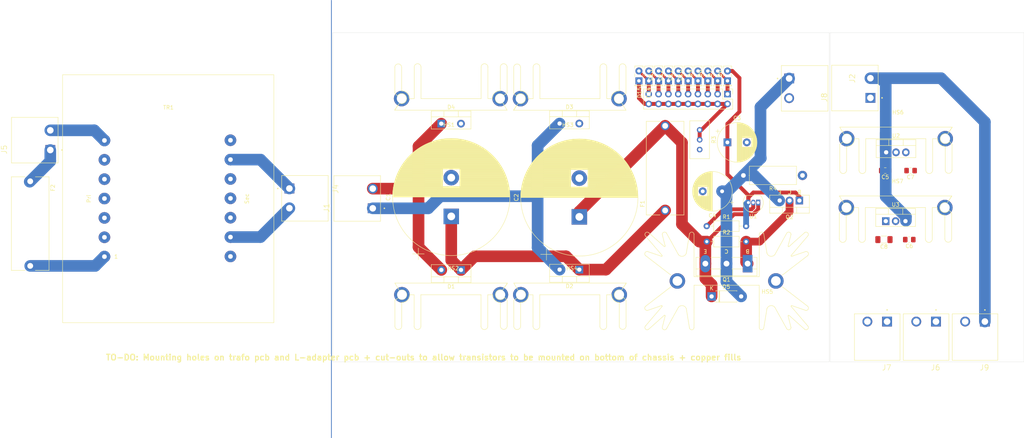
<source format=kicad_pcb>
(kicad_pcb (version 20240108) (generator "pcbnew") (generator_version "8.0")
  (layers (0 "F.Cu" signal) (31 "B.Cu" signal) (34 "B.Paste" user) (35 "F.Paste" user) (36 "B.SilkS" user "B.Silkscreen") (37 "F.SilkS" user "F.Silkscreen") (38 "B.Mask" user) (39 "F.Mask" user) (44 "Edge.Cuts" user))
  (net 0 "")
  (net 1 "Net-(D5-K)")
  (net 2 "+12V")
  (net 3 "Net-(Q1-B)")
  (net 4 "Net-(D6-A)")
  (net 5 "Net-(R1-Pad1)")
  (net 6 "Net-(D1-K)")
  (net 7 "GND")
  (net 8 "Net-(D1-A)")
  (net 9 "Net-(D2-A)")
  (net 10 "Net-(D6-K)")
  (net 11 "Net-(D7-K)")
  (net 12 "Net-(D8-K)")
  (net 13 "Net-(D10-A)")
  (net 14 "Net-(D10-K)")
  (net 15 "Net-(D11-K)")
  (net 16 "Net-(D12-K)")
  (net 17 "Net-(D13-K)")
  (net 18 "Net-(D14-K)")
  (net 19 "Net-(D15-K)")
  (net 20 "Net-(F2-Pad2)")
  (net 21 "Net-(J5-Pin_2)")
  (net 22 "Net-(J4-Pin_2)")
  (net 23 "Net-(J4-Pin_1)")
  (net 24 "Net-(J5-Pin_1)")
  (net 28 "Net-(J6-Pin_1)")
  (net 29 "Net-(J7-Pin_1)")
  (footprint "LED_THT:LED_Rectangular_W5.0mm_H2.0mm" (layer "F.Cu") (at 205.345 38.522916 90)
    (property "Reference" "D6" (at 1.93881 -2.06 -90) (layer "F.SilkS"))
    (property "Value" "~")
    (pad "1" thru_hole rect (at 0 0 90) (size 1.8 1.8) (drill 0.9) (layers "*.Cu" "*.Mask") (net 10 "Net-(D6-K)"))
    (pad "2" thru_hole circle (at 2.54 0 90) (size 1.8 1.8) (drill 0.9) (layers "*.Cu" "*.Mask") (net 4 "Net-(D6-A)"))
  )
  (footprint "Connector_PinHeader_2.54mm:PinHeader_2x09_P2.54mm_Vertical" (layer "F.Cu") (at 205.345 41.942916 -90)
    (property "Reference" "J3" (hide yes))
    (property "Value" "Conn_02x09" (hide yes))
    (pad "1" thru_hole rect (at 0 0 270) (size 1.7 1.7) (drill 1) (layers "*.Cu" "*.Mask") (net 10 "Net-(D6-K)"))
    (pad "2" thru_hole oval (at 2.54 0 270) (size 1.7 1.7) (drill 1) (layers "*.Cu" "*.Mask") (net 19 "Net-(D15-K)"))
    (pad "3" thru_hole oval (at 0 2.54 270) (size 1.7 1.7) (drill 1) (layers "*.Cu" "*.Mask") (net 11 "Net-(D7-K)"))
    (pad "4" thru_hole oval (at 2.54 2.54 270) (size 1.7 1.7) (drill 1) (layers "*.Cu" "*.Mask") (net 19 "Net-(D15-K)"))
    (pad "5" thru_hole oval (at 0 5.08 270) (size 1.7 1.7) (drill 1) (layers "*.Cu" "*.Mask") (net 12 "Net-(D8-K)"))
    (pad "6" thru_hole oval (at 2.54 5.08 270) (size 1.7 1.7) (drill 1) (layers "*.Cu" "*.Mask") (net 19 "Net-(D15-K)"))
    (pad "7" thru_hole oval (at 0 7.62 270) (size 1.7 1.7) (drill 1) (layers "*.Cu" "*.Mask") (net 13 "Net-(D10-A)"))
    (pad "8" thru_hole oval (at 2.54 7.62 270) (size 1.7 1.7) (drill 1) (layers "*.Cu" "*.Mask") (net 19 "Net-(D15-K)"))
    (pad "9" thru_hole oval (at 0 10.16 270) (size 1.7 1.7) (drill 1) (layers "*.Cu" "*.Mask") (net 14 "Net-(D10-K)"))
    (pad "10" thru_hole oval (at 2.54 10.16 270) (size 1.7 1.7) (drill 1) (layers "*.Cu" "*.Mask") (net 19 "Net-(D15-K)"))
    (pad "11" thru_hole oval (at 0 12.7 270) (size 1.7 1.7) (drill 1) (layers "*.Cu" "*.Mask") (net 15 "Net-(D11-K)"))
    (pad "12" thru_hole oval (at 2.54 12.7 270) (size 1.7 1.7) (drill 1) (layers "*.Cu" "*.Mask") (net 19 "Net-(D15-K)"))
    (pad "13" thru_hole oval (at 0 15.24 270) (size 1.7 1.7) (drill 1) (layers "*.Cu" "*.Mask") (net 16 "Net-(D12-K)"))
    (pad "14" thru_hole oval (at 2.54 15.24 270) (size 1.7 1.7) (drill 1) (layers "*.Cu" "*.Mask") (net 19 "Net-(D15-K)"))
    (pad "15" thru_hole oval (at 0 17.78 270) (size 1.7 1.7) (drill 1) (layers "*.Cu" "*.Mask") (net 17 "Net-(D13-K)"))
    (pad "16" thru_hole oval (at 2.54 17.78 270) (size 1.7 1.7) (drill 1) (layers "*.Cu" "*.Mask") (net 19 "Net-(D15-K)"))
    (pad "17" thru_hole oval (at 0 20.32 270) (size 1.7 1.7) (drill 1) (layers "*.Cu" "*.Mask") (net 18 "Net-(D14-K)"))
    (pad "18" thru_hole oval (at 2.54 20.32 270) (size 1.7 1.7) (drill 1) (layers "*.Cu" "*.Mask") (net 19 "Net-(D15-K)"))
  )
  (footprint "LED_THT:LED_Rectangular_W5.0mm_H2.0mm" (layer "F.Cu") (at 187.57 38.51 90)
    (property "Reference" "D13" (at 1.449703 -2.06 -90) (layer "F.SilkS"))
    (property "Value" "~")
    (pad "1" thru_hole rect (at 0 0 90) (size 1.8 1.8) (drill 0.9) (layers "*.Cu" "*.Mask") (net 17 "Net-(D13-K)"))
    (pad "2" thru_hole circle (at 2.54 0 90) (size 1.8 1.8) (drill 0.9) (layers "*.Cu" "*.Mask") (net 16 "Net-(D12-K)"))
  )
  (footprint "Package_TO_SOT_THT:TO-220-3_Vertical" (layer "F.Cu") (at 246.26 56.98026)
    (property "Reference" "U2" (at 2.54 -4.27 360) (layer "F.SilkS"))
    (property "Value" "LM7808_TO220")
    (pad "1" thru_hole rect (at 0 0) (size 1.905 2) (drill 1.1) (layers "*.Cu" "*.Mask") (net 2 "+12V"))
    (pad "2" thru_hole oval (at 2.54 0) (size 1.905 2) (drill 1.1) (layers "*.Cu" "*.Mask") (net 7 "GND"))
    (pad "3" thru_hole oval (at 5.08 0) (size 1.905 2) (drill 1.1) (layers "*.Cu" "*.Mask") (net 28 "Net-(J6-Pin_1)"))
  )
  (footprint "Transformer_Hahn_BV_EL_603_1027:Transformer_Hahn_BV_EL_603_1027" (layer "F.Cu") (at 45.81 83.86)
    (property "Reference" "TR1" (at 15.35 -38.45 0) (layer "F.SilkS"))
    (property "Value" "Hahn BV EL 603 1027")
    (fp_text user "1" (at 1.85 0.05 0) (layer "F.SilkS"))
    (fp_text user "Pri" (at -5.15 -14.9 90) (layer "F.SilkS"))
    (fp_text user "Sec" (at 35.6 -14.9 90) (layer "F.SilkS"))
    (pad "" np_thru_hole circle (at -6.75 -51.25) (size 4.4 4.4) (drill 4.4) (layers "F&B.Cu" "*.Mask"))
    (pad "" np_thru_hole circle (at -6.75 21.25) (size 4.4 4.4) (drill 4.4) (layers "F&B.Cu" "*.Mask"))
    (pad "" np_thru_hole circle (at 36.75 -51.25) (size 4.4 4.4) (drill 4.4) (layers "F&B.Cu" "*.Mask"))
    (pad "" np_thru_hole circle (at 36.75 21.25) (size 4.4 4.4) (drill 4.4) (layers "F&B.Cu" "*.Mask"))
    (pad "1" thru_hole circle (at -1.15 0.05) (size 3 3) (drill 1.2) (layers "*.Cu" "*.Mask") (net 20 "Net-(F2-Pad2)"))
    (pad "2" thru_hole circle (at -1.15 -4.95) (size 3 3) (drill 1.2) (layers "*.Cu" "*.Mask"))
    (pad "3" thru_hole circle (at -1.15 -9.95) (size 3 3) (drill 1.2) (layers "*.Cu" "*.Mask"))
    (pad "4" thru_hole circle (at -1.15 -14.95) (size 3 3) (drill 1.2) (layers "*.Cu" "*.Mask"))
    (pad "5" thru_hole circle (at -1.15 -19.95) (size 3 3) (drill 1.2) (layers "*.Cu" "*.Mask"))
    (pad "6" thru_hole circle (at -1.15 -24.95) (size 3 3) (drill 1.2) (layers "*.Cu" "*.Mask"))
    (pad "7" thru_hole circle (at -1.15 -29.95) (size 3 3) (drill 1.2) (layers "*.Cu" "*.Mask") (net 21 "Net-(J5-Pin_2)"))
    (pad "8" thru_hole circle (at 31.35 -30) (size 3 3) (drill 1.2) (layers "*.Cu" "*.Mask"))
    (pad "9" thru_hole circle (at 31.35 -25) (size 3 3) (drill 1.2) (layers "*.Cu" "*.Mask") (net 23 "Net-(J4-Pin_1)"))
    (pad "10" thru_hole circle (at 31.35 -20) (size 3 3) (drill 1.2) (layers "*.Cu" "*.Mask"))
    (pad "11" thru_hole circle (at 31.35 -15) (size 3 3) (drill 1.2) (layers "*.Cu" "*.Mask"))
    (pad "12" thru_hole circle (at 31.35 -10) (size 3 3) (drill 1.2) (layers "*.Cu" "*.Mask"))
    (pad "13" thru_hole circle (at 31.35 -5) (size 3 3) (drill 1.2) (layers "*.Cu" "*.Mask") (net 22 "Net-(J4-Pin_2)"))
    (pad "14" thru_hole circle (at 31.35 0) (size 3 3) (drill 1.2) (layers "*.Cu" "*.Mask"))
  )
  (footprint "Package_TO_SOT_THT:TO-220-2_Vertical" (layer "F.Cu") (at 131.525 49.577916)
    (property "Reference" "D4" (at 2.54 -4.27 0) (layer "F.SilkS"))
    (property "Value" "D_45deg_Filled")
    (pad "1" thru_hole rect (at 0 0) (size 2 2) (drill 1.1) (layers "*.Cu" "*.Mask") (net 8 "Net-(D1-A)"))
    (pad "2" thru_hole oval (at 5.08 0) (size 2 2) (drill 1.1) (layers "*.Cu" "*.Mask") (net 7 "GND"))
  )
  (footprint "Capacitor_THT:CP_Radial_D30.0mm_P10.00mm_SnapIn" (layer "F.Cu") (at 167.132934 73.640848 90)
    (property "Reference" "C2" (at 5 -16.25 -90) (layer "F.SilkS"))
    (property "Value" "10000uF 35V")
    (pad "1" thru_hole rect (at 0 0 90) (size 4 4) (drill 2) (layers "*.Cu" "*.Mask") (net 1 "Net-(D5-K)"))
    (pad "2" thru_hole circle (at 10 0 90) (size 4 4) (drill 2) (layers "*.Cu" "*.Mask") (net 7 "GND"))
  )
  (footprint "THE_PREAMP_CONN_POWER_5_08:TBP01R1-508-02BK" (layer "F.Cu") (at 259.11 100.6725 180)
    (property "Reference" "J6" (at 0.105 -11.889 180) (layer "F.SilkS") (effects (font (size 1.4 1.4))))
    (property "Value" "8V")
    (pad "1" thru_hole rect (at 0 0 180) (size 2.55 2.55) (drill 1.7) (layers "*.Cu" "*.Mask") (net 28 "Net-(J6-Pin_1)"))
    (pad "2" thru_hole circle (at 5.08 0 180) (size 2.55 2.55) (drill 1.7) (layers "*.Cu" "*.Mask") (net 7 "GND"))
  )
  (footprint "Resistor_THT:R_Axial_DIN0207_L6.3mm_D2.5mm_P10.16mm_Horizontal" (layer "F.Cu") (at 199.995 80.032916)
    (property "Reference" "R2" (at 5.08 -2.37 0) (layer "F.SilkS"))
    (property "Value" "51R")
    (pad "1" thru_hole circle (at 0 0) (size 1.6 1.6) (drill 0.8) (layers "*.Cu" "*.Mask") (net 1 "Net-(D5-K)"))
    (pad "2" thru_hole oval (at 10.16 0) (size 1.6 1.6) (drill 0.8) (layers "*.Cu" "*.Mask") (net 3 "Net-(Q1-B)"))
  )
  (footprint "LED_THT:LED_Rectangular_W5.0mm_H2.0mm" (layer "F.Cu") (at 197.73 38.522916 90)
    (property "Reference" "D9" (at 1.93881 -2.06 -90) (layer "F.SilkS"))
    (property "Value" "~")
    (pad "1" thru_hole rect (at 0 0 90) (size 1.8 1.8) (drill 0.9) (layers "*.Cu" "*.Mask") (net 13 "Net-(D10-A)"))
    (pad "2" thru_hole circle (at 2.54 0 90) (size 1.8 1.8) (drill 0.9) (layers "*.Cu" "*.Mask") (net 12 "Net-(D8-K)"))
  )
  (footprint "ThePreAmp_PSU_Heatsinks:Heatsink_Fischer_SK145-STS_29x12mm_2xDrill2.5mm" (layer "F.Cu") (at 134.005 43.101346)
    (property "Reference" "HS1" (at -0.5 6.8 0) (layer "F.SilkS"))
    (property "Value" "Heatsink")
    (pad "1" thru_hole circle (at -12.7 0 180) (size 4 4) (drill 2.5) (layers "*.Cu" "*.Mask"))
    (pad "1" thru_hole circle (at 12.7 0) (size 4 4) (drill 2.5) (layers "*.Cu" "*.Mask"))
  )
  (footprint "THE_PREAMP_CONN_POWER_5_08:TBP01R1-508-02BK" (layer "F.Cu") (at 92.36 66.32 -90)
    (property "Reference" "J4" (at 0.105 -11.889 90) (layer "F.SilkS") (effects (font (size 1.4 1.4))))
    (property "Value" "15V AC")
    (pad "1" thru_hole rect (at 0 0 270) (size 2.55 2.55) (drill 1.7) (layers "*.Cu" "*.Mask") (net 23 "Net-(J4-Pin_1)"))
    (pad "2" thru_hole circle (at 5.08 0 270) (size 2.55 2.55) (drill 1.7) (layers "*.Cu" "*.Mask") (net 22 "Net-(J4-Pin_2)"))
  )
  (footprint "Capacitor_THT:CP_Radial_D10.0mm_P5.00mm" (layer "F.Cu") (at 205.32 54.41)
    (property "Reference" "C3" (at 2.5 -6.25 0) (layer "F.SilkS"))
    (property "Value" "220uF 50V")
    (pad "1" thru_hole rect (at 0 0) (size 2 2) (drill 1) (layers "*.Cu" "*.Mask") (net 4 "Net-(D6-A)"))
    (pad "2" thru_hole circle (at 5 0) (size 2 2) (drill 1) (layers "*.Cu" "*.Mask") (net 7 "GND"))
  )
  (footprint "Capacitor_THT:CP_Radial_D30.0mm_P10.00mm_SnapIn" (layer "F.Cu") (at 134.102934 73.52085 90)
    (property "Reference" "C1" (at 5 -16.25 -90) (layer "F.SilkS"))
    (property "Value" "10000uF 35V")
    (pad "1" thru_hole rect (at 0 0 90) (size 4 4) (drill 2) (layers "*.Cu" "*.Mask") (net 6 "Net-(D1-K)"))
    (pad "2" thru_hole circle (at 10 0 90) (size 4 4) (drill 2) (layers "*.Cu" "*.Mask") (net 7 "GND"))
  )
  (footprint "LED_THT:LED_Rectangular_W5.0mm_H2.0mm" (layer "F.Cu") (at 185.045 38.522916 90)
    (property "Reference" "D14" (at -3.04 -0.04 -90) (layer "F.SilkS"))
    (property "Value" "~")
    (pad "1" thru_hole rect (at 0 0 90) (size 1.8 1.8) (drill 0.9) (layers "*.Cu" "*.Mask") (net 18 "Net-(D14-K)"))
    (pad "2" thru_hole circle (at 2.54 0 90) (size 1.8 1.8) (drill 0.9) (layers "*.Cu" "*.Mask") (net 17 "Net-(D13-K)"))
  )
  (footprint "Capacitor_SMD:C_0805_2012Metric_Pad1.18x1.45mm_HandSolder" (layer "F.Cu") (at 252.2225 79.51 180)
    (property "Reference" "C6" (at 0 -1.68 180) (layer "F.SilkS"))
    (property "Value" "100nF")
    (pad "1" smd roundrect (at -1.0375 0 180) (size 1.175 1.45) (layers "F.Cu" "F.Paste" "F.Mask") (roundrect_rratio 0.212766) (net 2 "+12V"))
    (pad "2" smd roundrect (at 1.0375 0 180) (size 1.175 1.45) (layers "F.Cu" "F.Paste" "F.Mask") (roundrect_rratio 0.212766) (net 7 "GND"))
  )
  (footprint "ThePreAmp_PSU_Fuseholder:Keystone fuseholder 4527" (layer "F.Cu") (at 189.265 61.062916 90)
    (property "Reference" "F1" (at -9.225 -5.835 -90) (layer "F.SilkS"))
    (property "Value" "Fuse - 8A T")
    (pad "1" thru_hole circle (at -10.92 0 90) (size 2.25 2.25) (drill 1.5) (layers "*.Cu" "*.Mask") (net 6 "Net-(D1-K)"))
    (pad "2" thru_hole circle (at 10.92 0 90) (size 2.25 2.25) (drill 1.5) (layers "*.Cu" "*.Mask") (net 1 "Net-(D5-K)"))
  )
  (footprint "Resistor_THT:R_Axial_DIN0414_L11.9mm_D4.5mm_P15.24mm_Horizontal" (layer "F.Cu") (at 224.685 62.942916 180)
    (property "Reference" "R4" (at 7.62 -3.37 180) (layer "F.SilkS"))
    (property "Value" "1K 2W")
    (pad "1" thru_hole circle (at 0 0 180) (size 2.4 2.4) (drill 1.2) (layers "*.Cu" "*.Mask") (net 7 "GND"))
    (pad "2" thru_hole oval (at 15.24 0 180) (size 2.4 2.4) (drill 1.2) (layers "*.Cu" "*.Mask") (net 2 "+12V"))
  )
  (footprint "THE_PREAMP_CONN_POWER_5_08:TBP01R1-508-02BK" (layer "F.Cu") (at 113.855 71.432916 90)
    (property "Reference" "J1" (at 0.105 -11.889 -90) (layer "F.SilkS") (effects (font (size 1.4 1.4))))
    (property "Value" "AC in")
    (pad "1" thru_hole rect (at 0 0 90) (size 2.55 2.55) (drill 1.7) (layers "*.Cu" "*.Mask") (net 9 "Net-(D2-A)"))
    (pad "2" thru_hole circle (at 5.08 0 90) (size 2.55 2.55) (drill 1.7) (layers "*.Cu" "*.Mask") (net 8 "Net-(D1-A)"))
  )
  (footprint "LED_THT:LED_Rectangular_W5.0mm_H2.0mm" (layer "F.Cu") (at 192.65 38.52 90)
    (property "Reference" "D11" (at 1.459703 -2.06 -90) (layer "F.SilkS"))
    (property "Value" "~")
    (pad "1" thru_hole rect (at 0 0 90) (size 1.8 1.8) (drill 0.9) (layers "*.Cu" "*.Mask") (net 15 "Net-(D11-K)"))
    (pad "2" thru_hole circle (at 2.54 0 90) (size 1.8 1.8) (drill 0.9) (layers "*.Cu" "*.Mask") (net 14 "Net-(D10-K)"))
  )
  (footprint "Resistor_THT:R_Axial_DIN0207_L6.3mm_D2.5mm_P10.16mm_Horizontal" (layer "F.Cu") (at 199.985 76.032916)
    (property "Reference" "R1" (at 5.08 -2.37 0) (layer "F.SilkS"))
    (property "Value" "12R")
    (pad "1" thru_hole circle (at 0 0) (size 1.6 1.6) (drill 0.8) (layers "*.Cu" "*.Mask") (net 5 "Net-(R1-Pad1)"))
    (pad "2" thru_hole oval (at 10.16 0) (size 1.6 1.6) (drill 0.8) (layers "*.Cu" "*.Mask") (net 4 "Net-(D6-A)"))
  )
  (footprint "ThePreAmp_PSU_Heatsinks:Heatsink_Fischer_SK145-STS_29x12mm_2xDrill2.5mm" (layer "F.Cu") (at 134.075 93.742916 180)
    (property "Reference" "HS2" (at -0.5 6.8 180) (layer "F.SilkS"))
    (property "Value" "Heatsink")
    (pad "1" thru_hole circle (at -12.7 0) (size 4 4) (drill 2.5) (layers "*.Cu" "*.Mask"))
    (pad "1" thru_hole circle (at 12.7 0 180) (size 4 4) (drill 2.5) (layers "*.Cu" "*.Mask"))
  )
  (footprint "ThePreAmp_PSU_Heatsinks:Heatsink_Fischer_SK145-STS_29x12mm_2xDrill2.5mm" (layer "F.Cu") (at 248.7 71.24026 180)
    (property "Reference" "HS7" (at -0.5 6.8 180) (layer "F.SilkS"))
    (property "Value" "Heatsink")
    (pad "1" thru_hole circle (at -12.7 0) (size 4 4) (drill 2.5) (layers "*.Cu" "*.Mask"))
    (pad "1" thru_hole circle (at 12.7 0 180) (size 4 4) (drill 2.5) (layers "*.Cu" "*.Mask"))
  )
  (footprint "ThePreAmp_PSU_Heatsinks:Heatsink_Fischer_SK145-STS_29x12mm_2xDrill2.5mm" (layer "F.Cu") (at 248.8 53.46 180)
    (property "Reference" "HS6" (at -0.5 6.8 180) (layer "F.SilkS"))
    (property "Value" "Heatsink")
    (pad "1" thru_hole circle (at -12.7 0) (size 4 4) (drill 2.5) (layers "*.Cu" "*.Mask"))
    (pad "1" thru_hole circle (at 12.7 0 180) (size 4 4) (drill 2.5) (layers "*.Cu" "*.Mask"))
  )
  (footprint "ThePreAmp_PSU_Heatsinks:Heatsink_Fischer_SK145-STS_29x12mm_2xDrill2.5mm" (layer "F.Cu") (at 164.735 93.742916 180)
    (property "Reference" "HS4" (at -0.5 6.8 180) (layer "F.SilkS"))
    (property "Value" "Heatsink")
    (pad "1" thru_hole circle (at -12.7 0) (size 4 4) (drill 2.5) (layers "*.Cu" "*.Mask"))
    (pad "1" thru_hole circle (at 12.7 0 180) (size 4 4) (drill 2.5) (layers "*.Cu" "*.Mask"))
  )
  (footprint "Package_TO_SOT_THT:TO-220-3_Vertical" (layer "F.Cu") (at 246.16 74.74026)
    (property "Reference" "U3" (at 2.54 -4.27 360) (layer "F.SilkS"))
    (property "Value" "LD1117V33")
    (pad "1" thru_hole rect (at 0 0) (size 1.905 2) (drill 1.1) (layers "*.Cu" "*.Mask") (net 7 "GND"))
    (pad "2" thru_hole oval (at 2.54 0) (size 1.905 2) (drill 1.1) (layers "*.Cu" "*.Mask") (net 29 "Net-(J7-Pin_1)"))
    (pad "3" thru_hole oval (at 5.08 0) (size 1.905 2) (drill 1.1) (layers "*.Cu" "*.Mask") (net 2 "+12V"))
  )
  (footprint "Capacitor_SMD:C_0805_2012Metric_Pad1.18x1.45mm_HandSolder" (layer "F.Cu") (at 246.0275 61.69 180)
    (property "Reference" "C5" (at 0 -1.68 180) (layer "F.SilkS"))
    (property "Value" "330nF")
    (pad "1" smd roundrect (at -1.0375 0 180) (size 1.175 1.45) (layers "F.Cu" "F.Paste" "F.Mask") (roundrect_rratio 0.212766) (net 2 "+12V"))
    (pad "2" smd roundrect (at 1.0375 0 180) (size 1.175 1.45) (layers "F.Cu" "F.Paste" "F.Mask") (roundrect_rratio 0.212766) (net 7 "GND"))
  )
  (footprint "LED_THT:LED_Rectangular_W5.0mm_H2.0mm" (layer "F.Cu") (at 195.19 38.52 90)
    (property "Reference" "D10" (at 1.459703 -2.06 -90) (layer "F.SilkS"))
    (property "Value" "~")
    (pad "1" thru_hole rect (at 0 0 90) (size 1.8 1.8) (drill 0.9) (layers "*.Cu" "*.Mask") (net 14 "Net-(D10-K)"))
    (pad "2" thru_hole circle (at 2.54 0 90) (size 1.8 1.8) (drill 0.9) (layers "*.Cu" "*.Mask") (net 13 "Net-(D10-A)"))
  )
  (footprint "Diode_THT:D_DO-41_SOD81_P7.62mm_Horizontal" (layer "F.Cu") (at 201.245 94.182916)
    (property "Reference" "D5" (at 3.81 -2.47 0) (layer "F.SilkS"))
    (property "Value" "1N4007")
    (fp_text user "K" (at 0 -2.1 0) (layer "F.SilkS"))
    (pad "1" thru_hole rect (at 0 0) (size 2.2 2.2) (drill 1.1) (layers "*.Cu" "*.Mask") (net 1 "Net-(D5-K)"))
    (pad "2" thru_hole oval (at 7.62 0) (size 2.2 2.2) (drill 1.1) (layers "*.Cu" "*.Mask") (net 2 "+12V"))
  )
  (footprint "Package_TO_SOT_THT:TO-92_Inline" (layer "F.Cu") (at 213.255 69.952916 180)
    (property "Reference" "U1" (at 1.27 -3.56 180) (layer "F.SilkS"))
    (property "Value" "LM334Z")
    (pad "1" thru_hole rect (at 0 0 180) (size 1.05 1.5) (drill 0.75) (layers "*.Cu" "*.Mask") (net 1 "Net-(D5-K)"))
    (pad "2" thru_hole oval (at 1.27 0 180) (size 1.05 1.5) (drill 0.75) (layers "*.Cu" "*.Mask") (net 5 "Net-(R1-Pad1)"))
    (pad "3" thru_hole oval (at 2.54 0 180) (size 1.05 1.5) (drill 0.75) (layers "*.Cu" "*.Mask") (net 4 "Net-(D6-A)"))
  )
  (footprint "Package_TO_SOT_THT:TO-220-2_Vertical" (layer "F.Cu") (at 162.045 49.542916)
    (property "Reference" "D3" (at 2.54 -4.27 0) (layer "F.SilkS"))
    (property "Value" "D_45deg_Filled")
    (pad "1" thru_hole rect (at 0 0) (size 2 2) (drill 1.1) (layers "*.Cu" "*.Mask") (net 9 "Net-(D2-A)"))
    (pad "2" thru_hole oval (at 5.08 0) (size 2 2) (drill 1.1) (layers "*.Cu" "*.Mask") (net 7 "GND"))
  )
  (footprint "THE_PREAMP_CONN_POWER_5_08:TBP01R1-508-02BK" (layer "F.Cu") (at 221.2425 37.91 -90)
    (property "Reference" "J2" (at -0.005 -16.289 90) (layer "F.SilkS") (effects (font (size 1.4 1.4))))
    (property "Value" "Relay power")
    (pad "1" thru_hole rect (at 0 0 270) (size 2.55 2.55) (drill 1.7) (layers "*.Cu" "*.Mask") (net 2 "+12V"))
    (pad "2" thru_hole circle (at 5.08 0 270) (size 2.55 2.55) (drill 1.7) (layers "*.Cu" "*.Mask") (net 7 "GND"))
  )
  (footprint "Package_TO_SOT_THT:TO-220-2_Vertical" (layer "F.Cu") (at 136.615 87.342916 180)
    (property "Reference" "D1" (at 2.54 -4.27 180) (layer "F.SilkS"))
    (property "Value" "D_45deg_Filled")
    (pad "1" thru_hole rect (at 0 0 180) (size 2 2) (drill 1.1) (layers "*.Cu" "*.Mask") (net 6 "Net-(D1-K)"))
    (pad "2" thru_hole oval (at 5.08 0 180) (size 2 2) (drill 1.1) (layers "*.Cu" "*.Mask") (net 8 "Net-(D1-A)"))
  )
  (footprint "Package_TO_SOT_THT_AKL:TO-3P-3_Vertical_BCE" (layer "F.Cu") (at 210.535 85.717916 180)
    (property "Reference" "Q1" (at 5.45 -4.12 180) (layer "F.SilkS"))
    (property "Value" "NJW0302" (hide yes))
    (fp_text user "B" (at 0 3.175 180) (layer "F.SilkS"))
    (fp_text user "C" (at 5.461 3.175 180) (layer "F.SilkS"))
    (fp_text user "E" (at 10.922 3.175 180) (layer "F.SilkS"))
    (pad "1" thru_hole rect (at 0 0 180) (size 2.5 4.5) (drill 1.5) (layers "*.Cu" "*.Mask") (net 3 "Net-(Q1-B)"))
    (pad "2" thru_hole oval (at 5.45 0 180) (size 2.5 4.5) (drill 1.5) (layers "*.Cu" "*.Mask") (net 2 "+12V"))
    (pad "3" thru_hole oval (at 10.9 0 180) (size 2.5 4.5) (drill 1.5) (layers "*.Cu" "*.Mask") (net 1 "Net-(D5-K)"))
  )
  (footprint "Package_TO_SOT_THT:TO-220-2_Vertical" (layer "F.Cu") (at 167.125 87.262916 180)
    (property "Reference" "D2" (at 2.54 -4.27 180) (layer "F.SilkS"))
    (property "Value" "D_45deg_Filled")
    (pad "1" thru_hole rect (at 0 0 180) (size 2 2) (drill 1.1) (layers "*.Cu" "*.Mask") (net 6 "Net-(D1-K)"))
    (pad "2" thru_hole oval (at 5.08 0 180) (size 2 2) (drill 1.1) (layers "*.Cu" "*.Mask") (net 9 "Net-(D2-A)"))
  )
  (footprint "Capacitor_SMD:C_0805_2012Metric_Pad1.18x1.45mm_HandSolder" (layer "F.Cu") (at 252.5625 61.69 180)
    (property "Reference" "C7" (at 0 -1.68 180) (layer "F.SilkS"))
    (property "Value" "10nF")
    (pad "1" smd roundrect (at -1.0375 0 180) (size 1.175 1.45) (layers "F.Cu" "F.Paste" "F.Mask") (roundrect_rratio 0.212766) (net 28 "Net-(J6-Pin_1)"))
    (pad "2" smd roundrect (at 1.0375 0 180) (size 1.175 1.45) (layers "F.Cu" "F.Paste" "F.Mask") (roundrect_rratio 0.212766) (net 7 "GND"))
  )
  (footprint "LED_THT:LED_Rectangular_W5.0mm_H2.0mm" (layer "F.Cu") (at 190.115 38.517916 90)
    (property "Reference" "D12" (at 1.457619 -2.06 -90) (layer "F.SilkS"))
    (property "Value" "~")
    (pad "1" thru_hole rect (at 0 0 90) (size 1.8 1.8) (drill 0.9) (layers "*.Cu" "*.Mask") (net 16 "Net-(D12-K)"))
    (pad "2" thru_hole circle (at 2.54 0 90) (size 1.8 1.8) (drill 0.9) (layers "*.Cu" "*.Mask") (net 15 "Net-(D11-K)"))
  )
  (footprint "THE_PREAMP_CONN_POWER_5_08:TBP01R1-508-02BK" (layer "F.Cu") (at 242.1975 42.92 90)
    (property "Reference" "J8" (at 0.105 -11.889 -90) (layer "F.SilkS") (effects (font (size 1.4 1.4))))
    (property "Value" "DC in")
    (pad "1" thru_hole rect (at 0 0 90) (size 2.55 2.55) (drill 1.7) (layers "*.Cu" "*.Mask") (net 7 "GND"))
    (pad "2" thru_hole circle (at 5.08 0 90) (size 2.55 2.55) (drill 1.7) (layers "*.Cu" "*.Mask") (net 2 "+12V"))
  )
  (footprint "Package_TO_SOT_THT_AKL:TO-220-3_Vertical_BCE" (layer "F.Cu") (at 223.885 69.422916 180)
    (property "Reference" "Q2" (at 2.54 -4.27 180) (layer "F.SilkS"))
    (property "Value" "MJE15030" (hide yes))
    (fp_text user "E" (at 5.08 2.2225 180) (layer "F.SilkS"))
    (fp_text user "B" (at 0 2.2225 180) (layer "F.SilkS"))
    (fp_text user "C" (at 2.54 2.2225 180) (layer "F.SilkS"))
    (pad "1" thru_hole rect (at 0 0 180) (size 1.905 2) (drill 1.1) (layers "*.Cu" "*.Mask") (net 4 "Net-(D6-A)"))
    (pad "2" thru_hole oval (at 2.54 0 180) (size 1.905 2) (drill 1.1) (layers "*.Cu" "*.Mask") (net 3 "Net-(Q1-B)"))
    (pad "3" thru_hole oval (at 5.08 0 180) (size 1.905 2) (drill 1.1) (layers "*.Cu" "*.Mask") (net 2 "+12V"))
  )
  (footprint "Potentiometer_THT:Potentiometer_Bourns_3296W_Vertical" (layer "F.Cu") (at 198.165 56.272916 -90)
    (property "Reference" "R3" (at -2.54 -3.66 90) (layer "F.SilkS"))
    (property "Value" "500R")
    (pad "1" thru_hole circle (at 0 0 270) (size 1.44 1.44) (drill 0.8) (layers "*.Cu" "*.Mask") (net 7 "GND"))
    (pad "2" thru_hole circle (at -2.54 0 270) (size 1.44 1.44) (drill 0.8) (layers "*.Cu" "*.Mask") (net 19 "Net-(D15-K)"))
    (pad "3" thru_hole circle (at -5.08 0 270) (size 1.44 1.44) (drill 0.8) (layers "*.Cu" "*.Mask") (net 19 "Net-(D15-K)"))
  )
  (footprint "ThePreAmp_PSU_Heatsinks:Heatsink_Fischer_SK129-STS_42x25mm_2xDrill2.5mm" (layer "F.Cu") (at 205.12 90.19 180)
    (property "Reference" "HS5" (at -10.495 -2.772916 180) (layer "F.SilkS"))
    (property "Value" "Heatsink")
    (pad "1" thru_hole circle (at -12.7 0) (size 4 4) (drill 2.5) (layers "*.Cu" "*.Mask"))
    (pad "1" thru_hole circle (at 12.7 0 180) (size 4 4) (drill 2.5) (layers "*.Cu" "*.Mask"))
  )
  (footprint "ThePreAmp_PSU_Heatsinks:Heatsink_Fischer_SK145-STS_29x12mm_2xDrill2.5mm" (layer "F.Cu") (at 164.665 43.121346)
    (property "Reference" "HS3" (at -0.5 6.8 0) (layer "F.SilkS"))
    (property "Value" "Heatsink")
    (pad "1" thru_hole circle (at -12.7 0 180) (size 4 4) (drill 2.5) (layers "*.Cu" "*.Mask"))
    (pad "1" thru_hole circle (at 12.7 0) (size 4 4) (drill 2.5) (layers "*.Cu" "*.Mask"))
  )
  (footprint "Capacitor_THT:CP_Radial_D10.0mm_P5.00mm" (layer "F.Cu") (at 203.952677 67.042916 180)
    (property "Reference" "C4" (at 2.5 -6.25 180) (layer "F.SilkS"))
    (property "Value" "220uF 50V")
    (pad "1" thru_hole rect (at 0 0 180) (size 2 2) (drill 1) (layers "*.Cu" "*.Mask") (net 2 "+12V"))
    (pad "2" thru_hole circle (at 5 0 180) (size 2 2) (drill 1) (layers "*.Cu" "*.Mask") (net 7 "GND"))
  )
  (footprint "Capacitor_SMD:C_1206_3216Metric_Pad1.33x1.80mm_HandSolder" (layer "F.Cu") (at 245.69 79.51 180)
    (property "Reference" "C8" (at 0 -1.85 180) (layer "F.SilkS"))
    (property "Value" "10uF 16V")
    (pad "1" smd roundrect (at -1.5625 0 180) (size 1.325 1.8) (layers "F.Cu" "F.Paste" "F.Mask") (roundrect_rratio 0.188679) (net 29 "Net-(J7-Pin_1)"))
    (pad "2" smd roundrect (at 1.5625 0 180) (size 1.325 1.8) (layers "F.Cu" "F.Paste" "F.Mask") (roundrect_rratio 0.188679) (net 7 "GND"))
  )
  (footprint "THE_PREAMP_CONN_POWER_5_08:TBP01R1-508-02BK" (layer "F.Cu") (at 30.6975 56.38 90)
    (property "Reference" "J5" (at 0.105 -11.889 -90) (layer "F.SilkS") (effects (font (size 1.4 1.4))))
    (property "Value" "230V AC")
    (pad "1" thru_hole rect (at 0 0 90) (size 2.55 2.55) (drill 1.7) (layers "*.Cu" "*.Mask") (net 24 "Net-(J5-Pin_1)"))
    (pad "2" thru_hole circle (at 5.08 0 90) (size 2.55 2.55) (drill 1.7) (layers "*.Cu" "*.Mask") (net 21 "Net-(J5-Pin_2)"))
  )
  (footprint "LED_THT:LED_Rectangular_W5.0mm_H2.0mm" (layer "F.Cu") (at 202.81 38.52 90)
    (property "Reference" "D7" (at 1.935894 -2.06 -90) (layer "F.SilkS"))
    (property "Value" "~")
    (pad "1" thru_hole rect (at 0 0 90) (size 1.8 1.8) (drill 0.9) (layers "*.Cu" "*.Mask") (net 11 "Net-(D7-K)"))
    (pad "2" thru_hole circle (at 2.54 0 90) (size 1.8 1.8) (drill 0.9) (layers "*.Cu" "*.Mask") (net 10 "Net-(D6-K)"))
  )
  (footprint "THE_PREAMP_CONN_POWER_5_08:TBP01R1-508-02BK" (layer "F.Cu") (at 246.5 100.6725 180)
    (property "Reference" "J7" (at 0.105 -11.889 180) (layer "F.SilkS") (effects (font (size 1.4 1.4))))
    (property "Value" "Opt. 3V3")
    (pad "1" thru_hole rect (at 0 0 180) (size 2.55 2.55) (drill 1.7) (layers "*.Cu" "*.Mask") (net 29 "Net-(J7-Pin_1)"))
    (pad "2" thru_hole circle (at 5.08 0 180) (size 2.55 2.55) (drill 1.7) (layers "*.Cu" "*.Mask") (net 7 "GND"))
  )
  (footprint "THE_PREAMP_CONN_POWER_5_08:TBP01R1-508-02BK" (layer "F.Cu") (at 271.72 100.6725 180)
    (property "Reference" "J9" (at 0.105 -11.889 180) (layer "F.SilkS") (effects (font (size 1.4 1.4))))
    (property "Value" "12V")
    (pad "1" thru_hole rect (at 0 0 180) (size 2.55 2.55) (drill 1.7) (layers "*.Cu" "*.Mask") (net 2 "+12V"))
    (pad "2" thru_hole circle (at 5.08 0 180) (size 2.55 2.55) (drill 1.7) (layers "*.Cu" "*.Mask") (net 7 "GND"))
  )
  (footprint "ThePreAmp_PSU_Fuseholder:Keystone fuseholder 4527" (layer "F.Cu") (at 25.52 75.38 -90)
    (property "Reference" "F2" (at -9.225 -5.835 90) (layer "F.SilkS"))
    (property "Value" "Fuse - 8A T")
    (pad "1" thru_hole circle (at -10.92 0 270) (size 2.25 2.25) (drill 1.5) (layers "*.Cu" "*.Mask") (net 24 "Net-(J5-Pin_1)"))
    (pad "2" thru_hole circle (at 10.92 0 270) (size 2.25 2.25) (drill 1.5) (layers "*.Cu" "*.Mask") (net 20 "Net-(F2-Pad2)"))
  )
  (footprint "LED_THT:LED_Rectangular_W5.0mm_H2.0mm" (layer "F.Cu") (at 182.495 38.517916 90)
    (property "Reference" "D15" (at -3.01 0.17 -90) (layer "F.SilkS"))
    (property "Value" "~")
    (pad "1" thru_hole rect (at 0 0 90) (size 1.8 1.8) (drill 0.9) (layers "*.Cu" "*.Mask") (net 19 "Net-(D15-K)"))
    (pad "2" thru_hole circle (at 2.54 0 90) (size 1.8 1.8) (drill 0.9) (layers "*.Cu" "*.Mask") (net 18 "Net-(D14-K)"))
  )
  (footprint "LED_THT:LED_Rectangular_W5.0mm_H2.0mm" (layer "F.Cu") (at 200.27 38.522916 90)
    (property "Reference" "D8" (at 1.93881 -2.06 -90) (layer "F.SilkS"))
    (property "Value" "~")
    (pad "1" thru_hole rect (at 0 0 90) (size 1.8 1.8) (drill 0.9) (layers "*.Cu" "*.Mask") (net 12 "Net-(D8-K)"))
    (pad "2" thru_hole circle (at 2.54 0 90) (size 1.8 1.8) (drill 0.9) (layers "*.Cu" "*.Mask") (net 11 "Net-(D7-K)"))
  )
  (gr_line (start 103.19 17.75) (end 103.19 130.67) (stroke (width 0.2)) (layer "B.Cu"))
  (gr_rect (start 231.8 26.08) (end 281.8 111.08) (stroke (width 0.05)) (fill none) (layer "Edge.Cuts"))
  (gr_rect (start 103.575 26.06) (end 231.615 111.06) (stroke (width 0.05)) (fill none) (layer "Edge.Cuts"))
  (gr_text "TO-DO: Mounting holes on trafo pcb and L-adapter pcb + cut-outs to allow transistors to be mounted on bottom of chassis + copper fills" (at 44.88 110.81 0) (layer "F.SilkS") (effects (font (size 1.5 1.5) (thickness 0.3) (bold yes)) (justify left bottom)))
  (segment (start 201.245 91.132916) (end 200.04 89.927916) (width 3) (layer "F.Cu") (net 1))
  (segment (start 199.635 89.522916) (end 200.04 89.927916) (width 3) (layer "F.Cu") (net 1))
  (segment (start 199.635 80.392916) (end 199.995 80.032916) (width 3) (layer "F.Cu") (net 1))
  (segment (start 199.995 80.032916) (end 207.065 72.962916) (width 1) (layer "F.Cu") (net 1))
  (segment (start 201.245 94.182916) (end 201.245 91.132916) (width 3) (layer "F.Cu") (net 1))
  (segment (start 213.255 71.679972) (end 213.255 69.952916) (width 1) (layer "F.Cu") (net 1))
  (segment (start 199.635 85.717916) (end 199.635 89.522916) (width 3) (layer "F.Cu") (net 1))
  (segment (start 207.065 72.962916) (end 211.972056 72.962916) (width 1) (layer "F.Cu") (net 1))
  (segment (start 167.132934 72.274982) (end 189.265 50.142916) (width 3) (layer "F.Cu") (net 1))
  (segment (start 193.605 75.532916) (end 193.605 54.482916) (width 3) (layer "F.Cu") (net 1))
  (segment (start 198.105 80.032916) (end 193.605 75.532916) (width 3) (layer "F.Cu") (net 1))
  (segment (start 199.995 80.032916) (end 198.105 80.032916) (width 3) (layer "F.Cu") (net 1))
  (segment (start 193.605 54.482916) (end 189.265 50.142916) (width 3) (layer "F.Cu") (net 1))
  (segment (start 199.635 85.717916) (end 199.635 80.392916) (width 3) (layer "F.Cu") (net 1))
  (segment (start 211.972056 72.962916) (end 213.255 71.679972) (width 1) (layer "F.Cu") (net 1))
  (segment (start 167.132934 73.640848) (end 167.132934 72.274982) (width 3) (layer "F.Cu") (net 1))
  (segment (start 212.325 62.942916) (end 218.805 69.422916) (width 2) (layer "B.Cu") (net 2))
  (segment (start 212.2125 62.942916) (end 218.6925 69.422916) (width 3) (layer "B.Cu") (net 2))
  (segment (start 209.445 62.942916) (end 212.2125 62.942916) (width 3) (layer "B.Cu") (net 2))
  (segment (start 246.1475 68.389059) (end 251.3525 73.594059) (width 3) (layer "B.Cu") (net 2))
  (segment (start 242.1975 37.84) (end 244.79 37.84) (width 3) (layer "B.Cu") (net 2))
  (segment (start 203.952677 67.042916) (end 205.345 67.042916) (width 3) (layer "B.Cu") (net 2))
  (segment (start 205.085 85.717916) (end 205.085 68.175239) (width 3) (layer "B.Cu") (net 2))
  (segment (start 260.41 37.84) (end 271.72 49.15) (width 3) (layer "B.Cu") (net 2))
  (segment (start 244.79 37.84) (end 260.41 37.84) (width 3) (layer "B.Cu") (net 2))
  (segment (start 205.085 68.175239) (end 203.952677 67.042916) (width 3) (layer "B.Cu") (net 2))
  (segment (start 246.1475 51.9525) (end 246.1475 68.389059) (width 3) (layer "B.Cu") (net 2))
  (segment (start 271.72 49.15) (end 271.72 100.6725) (width 3) (layer "B.Cu") (net 2))
  (segment (start 251.3525 73.594059) (end 251.3525 74.62776) (width 3) (layer "B.Cu") (net 2))
  (segment (start 213.855 58.475) (end 213.855 45.2975) (width 3) (layer "B.Cu") (net 2))
  (segment (start 205.345 67.042916) (end 209.445 62.942916) (width 3) (layer "B.Cu") (net 2))
  (segment (start 213.855 58.532916) (end 213.855 58.475) (width 3) (layer "B.Cu") (net 2))
  (segment (start 213.855 58.475) (end 213.945 58.475) (width 3) (layer "B.Cu") (net 2))
  (segment (start 213.855 45.2975) (end 221.2425 37.91) (width 3) (layer "B.Cu") (net 2))
  (segment (start 213.855 58.532916) (end 209.445 62.942916) (width 3) (layer "B.Cu") (net 2))
  (segment (start 244.79 37.84) (end 246.1475 39.1975) (width 3) (layer "B.Cu") (net 2))
  (segment (start 209.445 62.942916) (end 212.325 62.942916) (width 2) (layer "B.Cu") (net 2))
  (segment (start 208.865 94.182916) (end 205.085 90.402916) (width 3) (layer "B.Cu") (net 2))
  (segment (start 246.1475 39.1975) (end 246.1475 56.86776) (width 3) (layer "B.Cu") (net 2))
  (segment (start 205.085 90.402916) (end 205.085 85.717916) (width 3) (layer "B.Cu") (net 2))
  (segment (start 210.155 80.032916) (end 210.155 85.337916) (width 3) (layer "F.Cu") (net 3))
  (segment (start 210.155 85.337916) (end 210.535 85.717916) (width 3) (layer "F.Cu") (net 3))
  (segment (start 221.345 72.327916) (end 221.345 69.422916) (width 2) (layer "F.Cu") (net 3))
  (segment (start 210.155 80.032916) (end 213.64 80.032916) (width 2) (layer "F.Cu") (net 3))
  (segment (start 213.64 80.032916) (end 221.345 72.327916) (width 2) (layer "F.Cu") (net 3))
  (segment (start 210.715 69.952916) (end 210.715 68.045) (width 1) (layer "F.Cu") (net 4))
  (segment (start 210.715 68.045) (end 205.32 62.65) (width 1) (layer "F.Cu") (net 4))
  (segment (start 222.855 67.352916) (end 212.015 67.352916) (width 1) (layer "F.Cu") (net 4))
  (segment (start 206.617792 35.982916) (end 205.345 35.982916) (width 1) (layer "F.Cu") (net 4))
  (segment (start 205.32 62.65) (end 205.32 54.41) (width 1) (layer "F.Cu") (net 4))
  (segment (start 210.715 68.652916) (end 210.715 69.952916) (width 1) (layer "F.Cu") (net 4))
  (segment (start 208.415 37.780124) (end 206.617792 35.982916) (width 1) (layer "F.Cu") (net 4))
  (segment (start 205.32 49.607916) (end 208.415 46.512916) (width 1) (layer "F.Cu") (net 4))
  (segment (start 223.885 68.382916) (end 222.855 67.352916) (width 1) (layer "F.Cu") (net 4))
  (segment (start 223.885 69.422916) (end 223.885 68.382916) (width 1) (layer "F.Cu") (net 4))
  (segment (start 212.015 67.352916) (end 210.715 68.652916) (width 1) (layer "F.Cu") (net 4))
  (segment (start 205.32 54.41) (end 205.32 49.607916) (width 1) (layer "F.Cu") (net 4))
  (segment (start 208.415 46.512916) (end 208.415 37.780124) (width 1) (layer "F.Cu") (net 4))
  (segment (start 210.145 76.032916) (end 210.145 70.317916) (width 1.5) (layer "B.Cu") (net 4))
  (segment (start 210.145 70.317916) (end 210.51 69.952916) (width 1.5) (layer "B.Cu") (net 4))
  (segment (start 211.985 69.952916) (end 211.985 71.252916) (width 1) (layer "F.Cu") (net 5))
  (segment (start 211.985 71.252916) (end 211.535 71.702916) (width 1) (layer "F.Cu") (net 5))
  (segment (start 204.315 71.702916) (end 199.985 76.032916) (width 1) (layer "F.Cu") (net 5))
  (segment (start 211.535 71.702916) (end 204.315 71.702916) (width 1) (layer "F.Cu") (net 5))
  (segment (start 167.125 87.262916) (end 163.685 83.822916) (width 3) (layer "F.Cu") (net 6))
  (segment (start 163.685 83.822916) (end 140.135 83.822916) (width 3) (layer "F.Cu") (net 6))
  (segment (start 173.985 87.262916) (end 189.265 71.982916) (width 3) (layer "F.Cu") (net 6))
  (segment (start 134.102934 84.83085) (end 136.615 87.342916) (width 3) (layer "F.Cu") (net 6))
  (segment (start 167.125 87.262916) (end 173.985 87.262916) (width 3) (layer "F.Cu") (net 6))
  (segment (start 140.135 83.822916) (end 136.615 87.342916) (width 3) (layer "F.Cu") (net 6))
  (segment (start 134.102934 73.52085) (end 134.102934 84.83085) (width 3) (layer "F.Cu") (net 6))
  (segment (start 125.665 55.437916) (end 125.665 66.352916) (width 3) (layer "F.Cu") (net 8))
  (segment (start 125.665 81.472916) (end 131.535 87.342916) (width 3) (layer "F.Cu") (net 8))
  (segment (start 113.855 66.352916) (end 125.665 66.352916) (width 3) (layer "F.Cu") (net 8))
  (segment (start 125.665 66.352916) (end 125.665 81.472916) (width 3) (layer "F.Cu") (net 8))
  (segment (start 131.525 49.577916) (end 125.665 55.437916) (width 3) (layer "F.Cu") (net 8))
  (segment (start 128.155 71.432916) (end 113.855 71.432916) (width 3) (layer "B.Cu") (net 9))
  (segment (start 156.375 68.312916) (end 131.275 68.312916) (width 3) (layer "B.Cu") (net 9))
  (segment (start 156.375 68.312916) (end 156.375 81.592916) (width 3) (layer "B.Cu") (net 9))
  (segment (start 156.375 55.212916) (end 156.375 68.312916) (width 3) (layer "B.Cu") (net 9))
  (segment (start 156.375 81.592916) (end 162.045 87.262916) (width 3) (layer "B.Cu") (net 9))
  (segment (start 162.045 49.542916) (end 156.375 55.212916) (width 3) (layer "B.Cu") (net 9))
  (segment (start 131.275 68.312916) (end 128.155 71.432916) (width 3) (layer "B.Cu") (net 9))
  (segment (start 205.345 38.522916) (end 205.345 41.942916) (width 1) (layer "F.Cu") (net 10))
  (segment (start 202.81 35.987916) (end 205.345 38.522916) (width 0.6) (layer "F.Cu") (net 10))
  (segment (start 202.81 35.987916) (end 202.81 35.995832) (width 0.6) (layer "F.Cu") (net 10))
  (segment (start 200.272916 35.987916) (end 202.81 38.525) (width 0.6) (layer "F.Cu") (net 11))
  (segment (start 202.81 38.52) (end 202.81 41.937916) (width 1) (layer "F.Cu") (net 11))
  (segment (start 200.27 35.987916) (end 200.272916 35.987916) (width 0.6) (layer "F.Cu") (net 11))
  (segment (start 202.81 41.937916) (end 202.805 41.942916) (width 1) (layer "F.Cu") (net 11))
  (segment (start 200.27 38.522916) (end 200.27 41.937916) (width 1) (layer "F.Cu") (net 12))
  (segment (start 197.73 35.987916) (end 200.27 38.527916) (width 0.6) (layer "F.Cu") (net 12))
  (segment (start 200.27 41.937916) (end 200.265 41.942916) (width 1) (layer "F.Cu") (net 12))
  (segment (start 197.73 38.522916) (end 197.73 41.937916) (width 1) (layer "F.Cu") (net 13))
  (segment (start 195.19 35.987916) (end 195.19 35.990832) (width 0.6) (layer "F.Cu") (net 13))
  (segment (start 197.73 41.937916) (end 197.725 41.942916) (width 1) (layer "F.Cu") (net 13))
  (segment (start 195.19 35.987916) (end 197.73 38.527916) (width 0.6) (layer "F.Cu") (net 13))
  (segment (start 192.65 35.987916) (end 195.19 38.527916) (width 0.6) (layer "F.Cu") (net 14))
  (segment (start 195.19 41.937916) (end 195.185 41.942916) (width 1) (layer "F.Cu") (net 14))
  (segment (start 195.19 38.52) (end 195.19 41.937916) (width 1) (layer "F.Cu") (net 14))
  (segment (start 192.65 41.937916) (end 192.645 41.942916) (width 1) (layer "F.Cu") (net 15))
  (segment (start 190.115 35.987916) (end 192.65 38.522916) (width 0.6) (layer "F.Cu") (net 15))
  (segment (start 192.65 38.52) (end 192.65 41.937916) (width 1) (layer "F.Cu") (net 15))
  (segment (start 190.115 35.987916) (end 190.115 35.995) (width 0.6) (layer "F.Cu") (net 15))
  (segment (start 187.57 35.987916) (end 187.57 35.990832) (width 0.6) (layer "F.Cu") (net 16))
  (segment (start 190.115 41.932916) (end 190.105 41.942916) (width 1) (layer "F.Cu") (net 16))
  (segment (start 187.57 35.987916) (end 190.115 38.532916) (width 0.6) (layer "F.Cu") (net 16))
  (segment (start 190.115 38.517916) (end 190.115 41.932916) (width 1) (layer "F.Cu") (net 16))
  (segment (start 185.045 35.987916) (end 187.57 38.512916) (width 0.6) (layer "F.Cu") (net 17))
  (segment (start 185.045 35.987916) (end 185.045 35.99) (width 0.6) (layer "F.Cu") (net 17))
  (segment (start 187.57 38.51) (end 187.57 41.937916) (width 1) (layer "F.Cu") (net 17))
  (segment (start 187.57 41.937916) (end 187.565 41.942916) (width 1) (layer "F.Cu") (net 17))
  (segment (start 185.045 41.922916) (end 185.025 41.942916) (width 1) (layer "F.Cu") (net 18))
  (segment (start 182.495 35.987916) (end 182.5 35.987916) (width 0.6) (layer "F.Cu") (net 18))
  (segment (start 182.5 35.987916) (end 185.045 38.532916) (width 0.6) (layer "F.Cu") (net 18))
  (segment (start 185.045 38.522916) (end 185.045 41.922916) (width 1) (layer "F.Cu") (net 18))
  (segment (start 184.005 44.482916) (end 182.495 42.972916) (width 1) (layer "F.Cu") (net 19))
  (segment (start 185.025 44.482916) (end 184.005 44.482916) (width 1) (layer "F.Cu") (net 19))
  (segment (start 205.345 44.482916) (end 185.025 44.482916) (width 1) (layer "F.Cu") (net 19))
  (segment (start 198.635 51.192916) (end 198.165 51.192916) (width 1) (layer "F.Cu") (net 19))
  (segment (start 198.165 53.732916) (end 198.165 51.192916) (width 1) (layer "F.Cu") (net 19))
  (segment (start 205.345 44.482916) (end 198.635 51.192916) (width 1) (layer "F.Cu") (net 19))
  (segment (start 182.495 42.972916) (end 182.495 38.517916) (width 1) (layer "F.Cu") (net 19))
  (segment (start 42.27 86.3) (end 44.66 83.91) (width 3) (layer "B.Cu") (net 20))
  (segment (start 25.52 86.3) (end 42.27 86.3) (width 3) (layer "B.Cu") (net 20))
  (segment (start 42.05 51.3) (end 44.66 53.91) (width 3) (layer "B.Cu") (net 21))
  (segment (start 30.6975 51.3) (end 42.05 51.3) (width 3) (layer "B.Cu") (net 21))
  (segment (start 84.9 78.86) (end 92.36 71.4) (width 3) (layer "B.Cu") (net 22))
  (segment (start 77.16 78.86) (end 84.9 78.86) (width 3) (layer "B.Cu") (net 22))
  (segment (start 77.16 58.86) (end 84.9 58.86) (width 3) (layer "B.Cu") (net 23))
  (segment (start 84.9 58.86) (end 92.36 66.32) (width 3) (layer "B.Cu") (net 23))
  (segment (start 30.6975 59.2625) (end 25.39 64.57) (width 3) (layer "B.Cu") (net 24))
  (segment (start 30.6975 56.38) (end 30.6975 59.2625) (width 3) (layer "B.Cu") (net 24))
)
</source>
